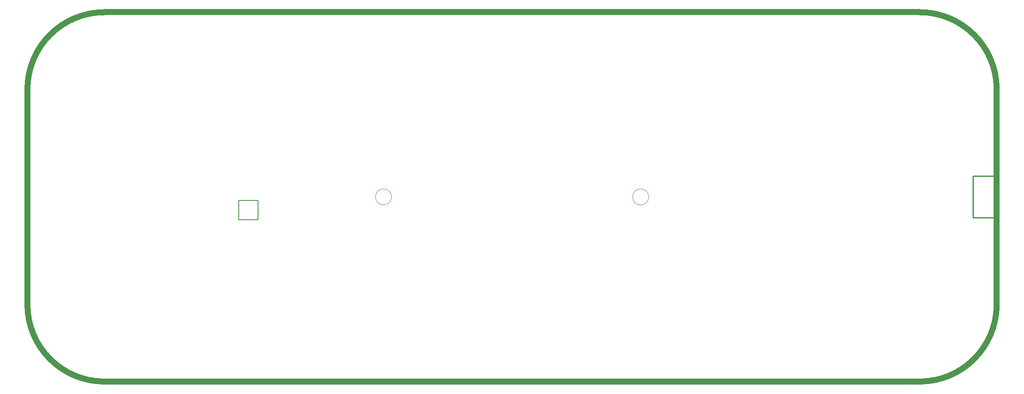
<source format=gm1>
G04*
G04 #@! TF.GenerationSoftware,Altium Limited,Altium Designer,23.0.1 (38)*
G04*
G04 Layer_Color=6684774*
%FSLAX44Y44*%
%MOMM*%
G71*
G04*
G04 #@! TF.SameCoordinates,8AFF7610-CFF1-491F-A99F-289BE66ABFEC*
G04*
G04*
G04 #@! TF.FilePolarity,Positive*
G04*
G01*
G75*
%ADD12C,0.2540*%
%ADD13C,0.1524*%
%ADD88C,1.2000*%
%ADD89C,0.0127*%
D12*
X698410Y-40950D02*
Y40950D01*
X656510Y-40950D02*
Y40950D01*
X698410D01*
X656510Y-40950D02*
X698410D01*
D13*
X-793520Y-44910D02*
Y-6910D01*
X-755520D01*
X-793520Y-44910D02*
X-755520D01*
Y-6910D01*
D88*
X550876Y-365126D02*
G03*
X703276Y-212726I0J152400D01*
G01*
Y212724D02*
G03*
X550876Y365124I-152400J0D01*
G01*
X-1058873D02*
G03*
X-1211273Y212724I0J-152400D01*
G01*
Y-212726D02*
G03*
X-1058873Y-365126I152400J0D01*
G01*
X550876D01*
X703276Y-212726D02*
Y212724D01*
X-1058873Y365124D02*
X550876D01*
X-1211273Y-212726D02*
Y212724D01*
D89*
X15876Y-1D02*
G03*
X15876Y-1I-15875J0D01*
G01*
X703276Y212724D02*
G03*
X550876Y365124I-152400J0D01*
G01*
X-1058873D02*
G03*
X-1211273Y212724I0J-152400D01*
G01*
Y-212726D02*
G03*
X-1058873Y-365126I152400J0D01*
G01*
X550876D02*
G03*
X703276Y-212726I0J152400D01*
G01*
X-492123Y-1D02*
G03*
X-492123Y-1I-15875J0D01*
G01*
X-1058873Y365124D02*
X550876D01*
X-1211273Y-212726D02*
Y212724D01*
X-1058873Y-365126D02*
X550876D01*
X703276Y-212726D02*
Y212724D01*
M02*

</source>
